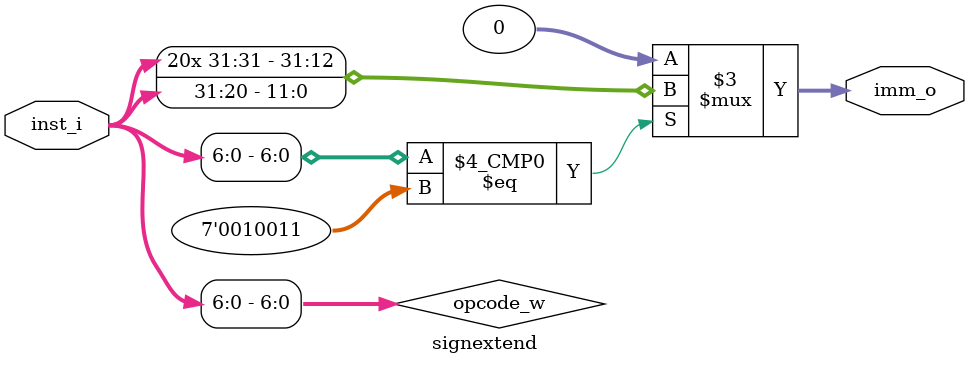
<source format=v>
module signextend #(
	parameter 	IMM = 20
)
(
	input 		[31:0] 		inst_i, 	//Instruccion
	output reg 	[31:0] 		imm_o		//Inmediato
);

	wire [6:0] opcode_w;
	assign opcode_w = inst_i[6:0];

	always @(*) begin
		case(opcode_w)
				7'b0010011: // Tipo I
					imm_o <= {{IMM{inst_i[31]}}, inst_i[31:20]};
				default:
					imm_o <= 32'b0;
		endcase
	end

endmodule 
</source>
